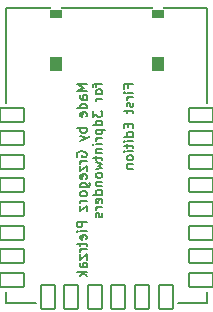
<source format=gbo>
G04 #@! TF.GenerationSoftware,KiCad,Pcbnew,7.0.1-0*
G04 #@! TF.CreationDate,2023-11-28T20:23:29+01:00*
G04 #@! TF.ProjectId,Smart_Lamps,536d6172-745f-44c6-916d-70732e6b6963,rev?*
G04 #@! TF.SameCoordinates,Original*
G04 #@! TF.FileFunction,Legend,Bot*
G04 #@! TF.FilePolarity,Positive*
%FSLAX46Y46*%
G04 Gerber Fmt 4.6, Leading zero omitted, Abs format (unit mm)*
G04 Created by KiCad (PCBNEW 7.0.1-0) date 2023-11-28 20:23:29*
%MOMM*%
%LPD*%
G01*
G04 APERTURE LIST*
G04 Aperture macros list*
%AMRoundRect*
0 Rectangle with rounded corners*
0 $1 Rounding radius*
0 $2 $3 $4 $5 $6 $7 $8 $9 X,Y pos of 4 corners*
0 Add a 4 corners polygon primitive as box body*
4,1,4,$2,$3,$4,$5,$6,$7,$8,$9,$2,$3,0*
0 Add four circle primitives for the rounded corners*
1,1,$1+$1,$2,$3*
1,1,$1+$1,$4,$5*
1,1,$1+$1,$6,$7*
1,1,$1+$1,$8,$9*
0 Add four rect primitives between the rounded corners*
20,1,$1+$1,$2,$3,$4,$5,0*
20,1,$1+$1,$4,$5,$6,$7,0*
20,1,$1+$1,$6,$7,$8,$9,0*
20,1,$1+$1,$8,$9,$2,$3,0*%
G04 Aperture macros list end*
%ADD10C,0.152400*%
%ADD11C,0.200000*%
%ADD12C,3.600000*%
%ADD13C,0.670000*%
%ADD14RoundRect,0.500000X0.000000X0.600000X0.000000X0.600000X0.000000X-0.600000X0.000000X-0.600000X0*%
%ADD15RoundRect,0.500000X0.000000X0.300000X0.000000X0.300000X0.000000X-0.300000X0.000000X-0.300000X0*%
%ADD16RoundRect,0.102000X1.000000X0.600000X-1.000000X0.600000X-1.000000X-0.600000X1.000000X-0.600000X0*%
%ADD17RoundRect,0.102000X0.600000X-1.000000X0.600000X1.000000X-0.600000X1.000000X-0.600000X-1.000000X0*%
G04 APERTURE END LIST*
D10*
X136500320Y-108343523D02*
X135687520Y-108343523D01*
X135687520Y-108343523D02*
X136268092Y-108614457D01*
X136268092Y-108614457D02*
X135687520Y-108885390D01*
X135687520Y-108885390D02*
X136500320Y-108885390D01*
X136500320Y-109620780D02*
X136074568Y-109620780D01*
X136074568Y-109620780D02*
X135997158Y-109582075D01*
X135997158Y-109582075D02*
X135958454Y-109504666D01*
X135958454Y-109504666D02*
X135958454Y-109349847D01*
X135958454Y-109349847D02*
X135997158Y-109272437D01*
X136461616Y-109620780D02*
X136500320Y-109543371D01*
X136500320Y-109543371D02*
X136500320Y-109349847D01*
X136500320Y-109349847D02*
X136461616Y-109272437D01*
X136461616Y-109272437D02*
X136384206Y-109233733D01*
X136384206Y-109233733D02*
X136306796Y-109233733D01*
X136306796Y-109233733D02*
X136229387Y-109272437D01*
X136229387Y-109272437D02*
X136190682Y-109349847D01*
X136190682Y-109349847D02*
X136190682Y-109543371D01*
X136190682Y-109543371D02*
X136151977Y-109620780D01*
X136500320Y-110356170D02*
X135687520Y-110356170D01*
X136461616Y-110356170D02*
X136500320Y-110278761D01*
X136500320Y-110278761D02*
X136500320Y-110123942D01*
X136500320Y-110123942D02*
X136461616Y-110046532D01*
X136461616Y-110046532D02*
X136422911Y-110007827D01*
X136422911Y-110007827D02*
X136345501Y-109969123D01*
X136345501Y-109969123D02*
X136113273Y-109969123D01*
X136113273Y-109969123D02*
X136035863Y-110007827D01*
X136035863Y-110007827D02*
X135997158Y-110046532D01*
X135997158Y-110046532D02*
X135958454Y-110123942D01*
X135958454Y-110123942D02*
X135958454Y-110278761D01*
X135958454Y-110278761D02*
X135997158Y-110356170D01*
X136461616Y-111052855D02*
X136500320Y-110975446D01*
X136500320Y-110975446D02*
X136500320Y-110820627D01*
X136500320Y-110820627D02*
X136461616Y-110743217D01*
X136461616Y-110743217D02*
X136384206Y-110704513D01*
X136384206Y-110704513D02*
X136074568Y-110704513D01*
X136074568Y-110704513D02*
X135997158Y-110743217D01*
X135997158Y-110743217D02*
X135958454Y-110820627D01*
X135958454Y-110820627D02*
X135958454Y-110975446D01*
X135958454Y-110975446D02*
X135997158Y-111052855D01*
X135997158Y-111052855D02*
X136074568Y-111091560D01*
X136074568Y-111091560D02*
X136151977Y-111091560D01*
X136151977Y-111091560D02*
X136229387Y-110704513D01*
X136500320Y-112059179D02*
X135687520Y-112059179D01*
X135997158Y-112059179D02*
X135958454Y-112136589D01*
X135958454Y-112136589D02*
X135958454Y-112291408D01*
X135958454Y-112291408D02*
X135997158Y-112368817D01*
X135997158Y-112368817D02*
X136035863Y-112407522D01*
X136035863Y-112407522D02*
X136113273Y-112446227D01*
X136113273Y-112446227D02*
X136345501Y-112446227D01*
X136345501Y-112446227D02*
X136422911Y-112407522D01*
X136422911Y-112407522D02*
X136461616Y-112368817D01*
X136461616Y-112368817D02*
X136500320Y-112291408D01*
X136500320Y-112291408D02*
X136500320Y-112136589D01*
X136500320Y-112136589D02*
X136461616Y-112059179D01*
X135958454Y-112717160D02*
X136500320Y-112910684D01*
X135958454Y-113104207D02*
X136500320Y-112910684D01*
X136500320Y-112910684D02*
X136693844Y-112833274D01*
X136693844Y-112833274D02*
X136732549Y-112794569D01*
X136732549Y-112794569D02*
X136771254Y-112717160D01*
X135726225Y-114458874D02*
X135687520Y-114381464D01*
X135687520Y-114381464D02*
X135687520Y-114265350D01*
X135687520Y-114265350D02*
X135726225Y-114149236D01*
X135726225Y-114149236D02*
X135803635Y-114071826D01*
X135803635Y-114071826D02*
X135881044Y-114033121D01*
X135881044Y-114033121D02*
X136035863Y-113994417D01*
X136035863Y-113994417D02*
X136151977Y-113994417D01*
X136151977Y-113994417D02*
X136306796Y-114033121D01*
X136306796Y-114033121D02*
X136384206Y-114071826D01*
X136384206Y-114071826D02*
X136461616Y-114149236D01*
X136461616Y-114149236D02*
X136500320Y-114265350D01*
X136500320Y-114265350D02*
X136500320Y-114342759D01*
X136500320Y-114342759D02*
X136461616Y-114458874D01*
X136461616Y-114458874D02*
X136422911Y-114497578D01*
X136422911Y-114497578D02*
X136151977Y-114497578D01*
X136151977Y-114497578D02*
X136151977Y-114342759D01*
X136500320Y-114845921D02*
X135958454Y-114845921D01*
X136113273Y-114845921D02*
X136035863Y-114884626D01*
X136035863Y-114884626D02*
X135997158Y-114923331D01*
X135997158Y-114923331D02*
X135958454Y-115000740D01*
X135958454Y-115000740D02*
X135958454Y-115078150D01*
X135958454Y-115271674D02*
X135958454Y-115697426D01*
X135958454Y-115697426D02*
X136500320Y-115271674D01*
X136500320Y-115271674D02*
X136500320Y-115697426D01*
X136461616Y-116316702D02*
X136500320Y-116239293D01*
X136500320Y-116239293D02*
X136500320Y-116084474D01*
X136500320Y-116084474D02*
X136461616Y-116007064D01*
X136461616Y-116007064D02*
X136384206Y-115968360D01*
X136384206Y-115968360D02*
X136074568Y-115968360D01*
X136074568Y-115968360D02*
X135997158Y-116007064D01*
X135997158Y-116007064D02*
X135958454Y-116084474D01*
X135958454Y-116084474D02*
X135958454Y-116239293D01*
X135958454Y-116239293D02*
X135997158Y-116316702D01*
X135997158Y-116316702D02*
X136074568Y-116355407D01*
X136074568Y-116355407D02*
X136151977Y-116355407D01*
X136151977Y-116355407D02*
X136229387Y-115968360D01*
X135958454Y-117052093D02*
X136616435Y-117052093D01*
X136616435Y-117052093D02*
X136693844Y-117013388D01*
X136693844Y-117013388D02*
X136732549Y-116974684D01*
X136732549Y-116974684D02*
X136771254Y-116897274D01*
X136771254Y-116897274D02*
X136771254Y-116781160D01*
X136771254Y-116781160D02*
X136732549Y-116703750D01*
X136461616Y-117052093D02*
X136500320Y-116974684D01*
X136500320Y-116974684D02*
X136500320Y-116819865D01*
X136500320Y-116819865D02*
X136461616Y-116742455D01*
X136461616Y-116742455D02*
X136422911Y-116703750D01*
X136422911Y-116703750D02*
X136345501Y-116665046D01*
X136345501Y-116665046D02*
X136113273Y-116665046D01*
X136113273Y-116665046D02*
X136035863Y-116703750D01*
X136035863Y-116703750D02*
X135997158Y-116742455D01*
X135997158Y-116742455D02*
X135958454Y-116819865D01*
X135958454Y-116819865D02*
X135958454Y-116974684D01*
X135958454Y-116974684D02*
X135997158Y-117052093D01*
X136500320Y-117555255D02*
X136461616Y-117477845D01*
X136461616Y-117477845D02*
X136422911Y-117439140D01*
X136422911Y-117439140D02*
X136345501Y-117400436D01*
X136345501Y-117400436D02*
X136113273Y-117400436D01*
X136113273Y-117400436D02*
X136035863Y-117439140D01*
X136035863Y-117439140D02*
X135997158Y-117477845D01*
X135997158Y-117477845D02*
X135958454Y-117555255D01*
X135958454Y-117555255D02*
X135958454Y-117671369D01*
X135958454Y-117671369D02*
X135997158Y-117748778D01*
X135997158Y-117748778D02*
X136035863Y-117787483D01*
X136035863Y-117787483D02*
X136113273Y-117826188D01*
X136113273Y-117826188D02*
X136345501Y-117826188D01*
X136345501Y-117826188D02*
X136422911Y-117787483D01*
X136422911Y-117787483D02*
X136461616Y-117748778D01*
X136461616Y-117748778D02*
X136500320Y-117671369D01*
X136500320Y-117671369D02*
X136500320Y-117555255D01*
X136500320Y-118174530D02*
X135958454Y-118174530D01*
X136113273Y-118174530D02*
X136035863Y-118213235D01*
X136035863Y-118213235D02*
X135997158Y-118251940D01*
X135997158Y-118251940D02*
X135958454Y-118329349D01*
X135958454Y-118329349D02*
X135958454Y-118406759D01*
X135958454Y-118600283D02*
X135958454Y-119026035D01*
X135958454Y-119026035D02*
X136500320Y-118600283D01*
X136500320Y-118600283D02*
X136500320Y-119026035D01*
X136500320Y-119954949D02*
X135687520Y-119954949D01*
X135687520Y-119954949D02*
X135687520Y-120264587D01*
X135687520Y-120264587D02*
X135726225Y-120341997D01*
X135726225Y-120341997D02*
X135764930Y-120380702D01*
X135764930Y-120380702D02*
X135842339Y-120419406D01*
X135842339Y-120419406D02*
X135958454Y-120419406D01*
X135958454Y-120419406D02*
X136035863Y-120380702D01*
X136035863Y-120380702D02*
X136074568Y-120341997D01*
X136074568Y-120341997D02*
X136113273Y-120264587D01*
X136113273Y-120264587D02*
X136113273Y-119954949D01*
X136500320Y-120767749D02*
X135958454Y-120767749D01*
X135687520Y-120767749D02*
X135726225Y-120729045D01*
X135726225Y-120729045D02*
X135764930Y-120767749D01*
X135764930Y-120767749D02*
X135726225Y-120806454D01*
X135726225Y-120806454D02*
X135687520Y-120767749D01*
X135687520Y-120767749D02*
X135764930Y-120767749D01*
X136461616Y-121464435D02*
X136500320Y-121387026D01*
X136500320Y-121387026D02*
X136500320Y-121232207D01*
X136500320Y-121232207D02*
X136461616Y-121154797D01*
X136461616Y-121154797D02*
X136384206Y-121116093D01*
X136384206Y-121116093D02*
X136074568Y-121116093D01*
X136074568Y-121116093D02*
X135997158Y-121154797D01*
X135997158Y-121154797D02*
X135958454Y-121232207D01*
X135958454Y-121232207D02*
X135958454Y-121387026D01*
X135958454Y-121387026D02*
X135997158Y-121464435D01*
X135997158Y-121464435D02*
X136074568Y-121503140D01*
X136074568Y-121503140D02*
X136151977Y-121503140D01*
X136151977Y-121503140D02*
X136229387Y-121116093D01*
X135958454Y-121735369D02*
X135958454Y-122045007D01*
X135687520Y-121851483D02*
X136384206Y-121851483D01*
X136384206Y-121851483D02*
X136461616Y-121890188D01*
X136461616Y-121890188D02*
X136500320Y-121967598D01*
X136500320Y-121967598D02*
X136500320Y-122045007D01*
X136500320Y-122315940D02*
X135958454Y-122315940D01*
X136113273Y-122315940D02*
X136035863Y-122354645D01*
X136035863Y-122354645D02*
X135997158Y-122393350D01*
X135997158Y-122393350D02*
X135958454Y-122470759D01*
X135958454Y-122470759D02*
X135958454Y-122548169D01*
X135958454Y-122741693D02*
X135958454Y-123167445D01*
X135958454Y-123167445D02*
X136500320Y-122741693D01*
X136500320Y-122741693D02*
X136500320Y-123167445D01*
X136500320Y-123825426D02*
X136074568Y-123825426D01*
X136074568Y-123825426D02*
X135997158Y-123786721D01*
X135997158Y-123786721D02*
X135958454Y-123709312D01*
X135958454Y-123709312D02*
X135958454Y-123554493D01*
X135958454Y-123554493D02*
X135997158Y-123477083D01*
X136461616Y-123825426D02*
X136500320Y-123748017D01*
X136500320Y-123748017D02*
X136500320Y-123554493D01*
X136500320Y-123554493D02*
X136461616Y-123477083D01*
X136461616Y-123477083D02*
X136384206Y-123438379D01*
X136384206Y-123438379D02*
X136306796Y-123438379D01*
X136306796Y-123438379D02*
X136229387Y-123477083D01*
X136229387Y-123477083D02*
X136190682Y-123554493D01*
X136190682Y-123554493D02*
X136190682Y-123748017D01*
X136190682Y-123748017D02*
X136151977Y-123825426D01*
X136500320Y-124212473D02*
X135687520Y-124212473D01*
X136190682Y-124289883D02*
X136500320Y-124522111D01*
X135958454Y-124522111D02*
X136268092Y-124212473D01*
X137275190Y-108227409D02*
X137275190Y-108537047D01*
X137817056Y-108343523D02*
X137120371Y-108343523D01*
X137120371Y-108343523D02*
X137042961Y-108382228D01*
X137042961Y-108382228D02*
X137004256Y-108459638D01*
X137004256Y-108459638D02*
X137004256Y-108537047D01*
X137817056Y-108924095D02*
X137778352Y-108846685D01*
X137778352Y-108846685D02*
X137739647Y-108807980D01*
X137739647Y-108807980D02*
X137662237Y-108769276D01*
X137662237Y-108769276D02*
X137430009Y-108769276D01*
X137430009Y-108769276D02*
X137352599Y-108807980D01*
X137352599Y-108807980D02*
X137313894Y-108846685D01*
X137313894Y-108846685D02*
X137275190Y-108924095D01*
X137275190Y-108924095D02*
X137275190Y-109040209D01*
X137275190Y-109040209D02*
X137313894Y-109117618D01*
X137313894Y-109117618D02*
X137352599Y-109156323D01*
X137352599Y-109156323D02*
X137430009Y-109195028D01*
X137430009Y-109195028D02*
X137662237Y-109195028D01*
X137662237Y-109195028D02*
X137739647Y-109156323D01*
X137739647Y-109156323D02*
X137778352Y-109117618D01*
X137778352Y-109117618D02*
X137817056Y-109040209D01*
X137817056Y-109040209D02*
X137817056Y-108924095D01*
X137817056Y-109543370D02*
X137275190Y-109543370D01*
X137430009Y-109543370D02*
X137352599Y-109582075D01*
X137352599Y-109582075D02*
X137313894Y-109620780D01*
X137313894Y-109620780D02*
X137275190Y-109698189D01*
X137275190Y-109698189D02*
X137275190Y-109775599D01*
X137004256Y-110588399D02*
X137004256Y-111091561D01*
X137004256Y-111091561D02*
X137313894Y-110820627D01*
X137313894Y-110820627D02*
X137313894Y-110936742D01*
X137313894Y-110936742D02*
X137352599Y-111014151D01*
X137352599Y-111014151D02*
X137391304Y-111052856D01*
X137391304Y-111052856D02*
X137468713Y-111091561D01*
X137468713Y-111091561D02*
X137662237Y-111091561D01*
X137662237Y-111091561D02*
X137739647Y-111052856D01*
X137739647Y-111052856D02*
X137778352Y-111014151D01*
X137778352Y-111014151D02*
X137817056Y-110936742D01*
X137817056Y-110936742D02*
X137817056Y-110704513D01*
X137817056Y-110704513D02*
X137778352Y-110627104D01*
X137778352Y-110627104D02*
X137739647Y-110588399D01*
X137817056Y-111788246D02*
X137004256Y-111788246D01*
X137778352Y-111788246D02*
X137817056Y-111710837D01*
X137817056Y-111710837D02*
X137817056Y-111556018D01*
X137817056Y-111556018D02*
X137778352Y-111478608D01*
X137778352Y-111478608D02*
X137739647Y-111439903D01*
X137739647Y-111439903D02*
X137662237Y-111401199D01*
X137662237Y-111401199D02*
X137430009Y-111401199D01*
X137430009Y-111401199D02*
X137352599Y-111439903D01*
X137352599Y-111439903D02*
X137313894Y-111478608D01*
X137313894Y-111478608D02*
X137275190Y-111556018D01*
X137275190Y-111556018D02*
X137275190Y-111710837D01*
X137275190Y-111710837D02*
X137313894Y-111788246D01*
X137275190Y-112175293D02*
X138087990Y-112175293D01*
X137313894Y-112175293D02*
X137275190Y-112252703D01*
X137275190Y-112252703D02*
X137275190Y-112407522D01*
X137275190Y-112407522D02*
X137313894Y-112484931D01*
X137313894Y-112484931D02*
X137352599Y-112523636D01*
X137352599Y-112523636D02*
X137430009Y-112562341D01*
X137430009Y-112562341D02*
X137662237Y-112562341D01*
X137662237Y-112562341D02*
X137739647Y-112523636D01*
X137739647Y-112523636D02*
X137778352Y-112484931D01*
X137778352Y-112484931D02*
X137817056Y-112407522D01*
X137817056Y-112407522D02*
X137817056Y-112252703D01*
X137817056Y-112252703D02*
X137778352Y-112175293D01*
X137817056Y-112910683D02*
X137275190Y-112910683D01*
X137430009Y-112910683D02*
X137352599Y-112949388D01*
X137352599Y-112949388D02*
X137313894Y-112988093D01*
X137313894Y-112988093D02*
X137275190Y-113065502D01*
X137275190Y-113065502D02*
X137275190Y-113142912D01*
X137817056Y-113413845D02*
X137275190Y-113413845D01*
X137004256Y-113413845D02*
X137042961Y-113375141D01*
X137042961Y-113375141D02*
X137081666Y-113413845D01*
X137081666Y-113413845D02*
X137042961Y-113452550D01*
X137042961Y-113452550D02*
X137004256Y-113413845D01*
X137004256Y-113413845D02*
X137081666Y-113413845D01*
X137275190Y-113800893D02*
X137817056Y-113800893D01*
X137352599Y-113800893D02*
X137313894Y-113839598D01*
X137313894Y-113839598D02*
X137275190Y-113917008D01*
X137275190Y-113917008D02*
X137275190Y-114033122D01*
X137275190Y-114033122D02*
X137313894Y-114110531D01*
X137313894Y-114110531D02*
X137391304Y-114149236D01*
X137391304Y-114149236D02*
X137817056Y-114149236D01*
X137275190Y-114420169D02*
X137275190Y-114729807D01*
X137004256Y-114536283D02*
X137700942Y-114536283D01*
X137700942Y-114536283D02*
X137778352Y-114574988D01*
X137778352Y-114574988D02*
X137817056Y-114652398D01*
X137817056Y-114652398D02*
X137817056Y-114729807D01*
X137275190Y-114923331D02*
X137817056Y-115078150D01*
X137817056Y-115078150D02*
X137430009Y-115232969D01*
X137430009Y-115232969D02*
X137817056Y-115387788D01*
X137817056Y-115387788D02*
X137275190Y-115542607D01*
X137817056Y-115968360D02*
X137778352Y-115890950D01*
X137778352Y-115890950D02*
X137739647Y-115852245D01*
X137739647Y-115852245D02*
X137662237Y-115813541D01*
X137662237Y-115813541D02*
X137430009Y-115813541D01*
X137430009Y-115813541D02*
X137352599Y-115852245D01*
X137352599Y-115852245D02*
X137313894Y-115890950D01*
X137313894Y-115890950D02*
X137275190Y-115968360D01*
X137275190Y-115968360D02*
X137275190Y-116084474D01*
X137275190Y-116084474D02*
X137313894Y-116161883D01*
X137313894Y-116161883D02*
X137352599Y-116200588D01*
X137352599Y-116200588D02*
X137430009Y-116239293D01*
X137430009Y-116239293D02*
X137662237Y-116239293D01*
X137662237Y-116239293D02*
X137739647Y-116200588D01*
X137739647Y-116200588D02*
X137778352Y-116161883D01*
X137778352Y-116161883D02*
X137817056Y-116084474D01*
X137817056Y-116084474D02*
X137817056Y-115968360D01*
X137275190Y-116587635D02*
X137817056Y-116587635D01*
X137352599Y-116587635D02*
X137313894Y-116626340D01*
X137313894Y-116626340D02*
X137275190Y-116703750D01*
X137275190Y-116703750D02*
X137275190Y-116819864D01*
X137275190Y-116819864D02*
X137313894Y-116897273D01*
X137313894Y-116897273D02*
X137391304Y-116935978D01*
X137391304Y-116935978D02*
X137817056Y-116935978D01*
X137817056Y-117671368D02*
X137004256Y-117671368D01*
X137778352Y-117671368D02*
X137817056Y-117593959D01*
X137817056Y-117593959D02*
X137817056Y-117439140D01*
X137817056Y-117439140D02*
X137778352Y-117361730D01*
X137778352Y-117361730D02*
X137739647Y-117323025D01*
X137739647Y-117323025D02*
X137662237Y-117284321D01*
X137662237Y-117284321D02*
X137430009Y-117284321D01*
X137430009Y-117284321D02*
X137352599Y-117323025D01*
X137352599Y-117323025D02*
X137313894Y-117361730D01*
X137313894Y-117361730D02*
X137275190Y-117439140D01*
X137275190Y-117439140D02*
X137275190Y-117593959D01*
X137275190Y-117593959D02*
X137313894Y-117671368D01*
X137778352Y-118368053D02*
X137817056Y-118290644D01*
X137817056Y-118290644D02*
X137817056Y-118135825D01*
X137817056Y-118135825D02*
X137778352Y-118058415D01*
X137778352Y-118058415D02*
X137700942Y-118019711D01*
X137700942Y-118019711D02*
X137391304Y-118019711D01*
X137391304Y-118019711D02*
X137313894Y-118058415D01*
X137313894Y-118058415D02*
X137275190Y-118135825D01*
X137275190Y-118135825D02*
X137275190Y-118290644D01*
X137275190Y-118290644D02*
X137313894Y-118368053D01*
X137313894Y-118368053D02*
X137391304Y-118406758D01*
X137391304Y-118406758D02*
X137468713Y-118406758D01*
X137468713Y-118406758D02*
X137546123Y-118019711D01*
X137817056Y-118755101D02*
X137275190Y-118755101D01*
X137430009Y-118755101D02*
X137352599Y-118793806D01*
X137352599Y-118793806D02*
X137313894Y-118832511D01*
X137313894Y-118832511D02*
X137275190Y-118909920D01*
X137275190Y-118909920D02*
X137275190Y-118987330D01*
X137778352Y-119219559D02*
X137817056Y-119296968D01*
X137817056Y-119296968D02*
X137817056Y-119451787D01*
X137817056Y-119451787D02*
X137778352Y-119529197D01*
X137778352Y-119529197D02*
X137700942Y-119567901D01*
X137700942Y-119567901D02*
X137662237Y-119567901D01*
X137662237Y-119567901D02*
X137584828Y-119529197D01*
X137584828Y-119529197D02*
X137546123Y-119451787D01*
X137546123Y-119451787D02*
X137546123Y-119335673D01*
X137546123Y-119335673D02*
X137507418Y-119258263D01*
X137507418Y-119258263D02*
X137430009Y-119219559D01*
X137430009Y-119219559D02*
X137391304Y-119219559D01*
X137391304Y-119219559D02*
X137313894Y-119258263D01*
X137313894Y-119258263D02*
X137275190Y-119335673D01*
X137275190Y-119335673D02*
X137275190Y-119451787D01*
X137275190Y-119451787D02*
X137313894Y-119529197D01*
X140024776Y-108614457D02*
X140024776Y-108343523D01*
X140450528Y-108343523D02*
X139637728Y-108343523D01*
X139637728Y-108343523D02*
X139637728Y-108730571D01*
X140450528Y-109040209D02*
X139908662Y-109040209D01*
X139637728Y-109040209D02*
X139676433Y-109001505D01*
X139676433Y-109001505D02*
X139715138Y-109040209D01*
X139715138Y-109040209D02*
X139676433Y-109078914D01*
X139676433Y-109078914D02*
X139637728Y-109040209D01*
X139637728Y-109040209D02*
X139715138Y-109040209D01*
X140450528Y-109427257D02*
X139908662Y-109427257D01*
X140063481Y-109427257D02*
X139986071Y-109465962D01*
X139986071Y-109465962D02*
X139947366Y-109504667D01*
X139947366Y-109504667D02*
X139908662Y-109582076D01*
X139908662Y-109582076D02*
X139908662Y-109659486D01*
X140411824Y-109891715D02*
X140450528Y-109969124D01*
X140450528Y-109969124D02*
X140450528Y-110123943D01*
X140450528Y-110123943D02*
X140411824Y-110201353D01*
X140411824Y-110201353D02*
X140334414Y-110240057D01*
X140334414Y-110240057D02*
X140295709Y-110240057D01*
X140295709Y-110240057D02*
X140218300Y-110201353D01*
X140218300Y-110201353D02*
X140179595Y-110123943D01*
X140179595Y-110123943D02*
X140179595Y-110007829D01*
X140179595Y-110007829D02*
X140140890Y-109930419D01*
X140140890Y-109930419D02*
X140063481Y-109891715D01*
X140063481Y-109891715D02*
X140024776Y-109891715D01*
X140024776Y-109891715D02*
X139947366Y-109930419D01*
X139947366Y-109930419D02*
X139908662Y-110007829D01*
X139908662Y-110007829D02*
X139908662Y-110123943D01*
X139908662Y-110123943D02*
X139947366Y-110201353D01*
X139908662Y-110472286D02*
X139908662Y-110781924D01*
X139637728Y-110588400D02*
X140334414Y-110588400D01*
X140334414Y-110588400D02*
X140411824Y-110627105D01*
X140411824Y-110627105D02*
X140450528Y-110704515D01*
X140450528Y-110704515D02*
X140450528Y-110781924D01*
X140024776Y-111672133D02*
X140024776Y-111943067D01*
X140450528Y-112059181D02*
X140450528Y-111672133D01*
X140450528Y-111672133D02*
X139637728Y-111672133D01*
X139637728Y-111672133D02*
X139637728Y-112059181D01*
X140450528Y-112755866D02*
X139637728Y-112755866D01*
X140411824Y-112755866D02*
X140450528Y-112678457D01*
X140450528Y-112678457D02*
X140450528Y-112523638D01*
X140450528Y-112523638D02*
X140411824Y-112446228D01*
X140411824Y-112446228D02*
X140373119Y-112407523D01*
X140373119Y-112407523D02*
X140295709Y-112368819D01*
X140295709Y-112368819D02*
X140063481Y-112368819D01*
X140063481Y-112368819D02*
X139986071Y-112407523D01*
X139986071Y-112407523D02*
X139947366Y-112446228D01*
X139947366Y-112446228D02*
X139908662Y-112523638D01*
X139908662Y-112523638D02*
X139908662Y-112678457D01*
X139908662Y-112678457D02*
X139947366Y-112755866D01*
X140450528Y-113142913D02*
X139908662Y-113142913D01*
X139637728Y-113142913D02*
X139676433Y-113104209D01*
X139676433Y-113104209D02*
X139715138Y-113142913D01*
X139715138Y-113142913D02*
X139676433Y-113181618D01*
X139676433Y-113181618D02*
X139637728Y-113142913D01*
X139637728Y-113142913D02*
X139715138Y-113142913D01*
X139908662Y-113413847D02*
X139908662Y-113723485D01*
X139637728Y-113529961D02*
X140334414Y-113529961D01*
X140334414Y-113529961D02*
X140411824Y-113568666D01*
X140411824Y-113568666D02*
X140450528Y-113646076D01*
X140450528Y-113646076D02*
X140450528Y-113723485D01*
X140450528Y-113994418D02*
X139908662Y-113994418D01*
X139637728Y-113994418D02*
X139676433Y-113955714D01*
X139676433Y-113955714D02*
X139715138Y-113994418D01*
X139715138Y-113994418D02*
X139676433Y-114033123D01*
X139676433Y-114033123D02*
X139637728Y-113994418D01*
X139637728Y-113994418D02*
X139715138Y-113994418D01*
X140450528Y-114497581D02*
X140411824Y-114420171D01*
X140411824Y-114420171D02*
X140373119Y-114381466D01*
X140373119Y-114381466D02*
X140295709Y-114342762D01*
X140295709Y-114342762D02*
X140063481Y-114342762D01*
X140063481Y-114342762D02*
X139986071Y-114381466D01*
X139986071Y-114381466D02*
X139947366Y-114420171D01*
X139947366Y-114420171D02*
X139908662Y-114497581D01*
X139908662Y-114497581D02*
X139908662Y-114613695D01*
X139908662Y-114613695D02*
X139947366Y-114691104D01*
X139947366Y-114691104D02*
X139986071Y-114729809D01*
X139986071Y-114729809D02*
X140063481Y-114768514D01*
X140063481Y-114768514D02*
X140295709Y-114768514D01*
X140295709Y-114768514D02*
X140373119Y-114729809D01*
X140373119Y-114729809D02*
X140411824Y-114691104D01*
X140411824Y-114691104D02*
X140450528Y-114613695D01*
X140450528Y-114613695D02*
X140450528Y-114497581D01*
X139908662Y-115116856D02*
X140450528Y-115116856D01*
X139986071Y-115116856D02*
X139947366Y-115155561D01*
X139947366Y-115155561D02*
X139908662Y-115232971D01*
X139908662Y-115232971D02*
X139908662Y-115349085D01*
X139908662Y-115349085D02*
X139947366Y-115426494D01*
X139947366Y-115426494D02*
X140024776Y-115465199D01*
X140024776Y-115465199D02*
X140450528Y-115465199D01*
D11*
X146700000Y-126880000D02*
X144200000Y-126880000D01*
X146700000Y-125880000D02*
X146700000Y-126880000D01*
X146700000Y-101880000D02*
X146700000Y-109880000D01*
X146700000Y-101880000D02*
X129700000Y-101880000D01*
X129700000Y-126880000D02*
X132200000Y-126880000D01*
X129700000Y-126880000D02*
X129700000Y-125880000D01*
X129700000Y-101880000D02*
X129700000Y-109880000D01*
%LPC*%
D12*
X150300000Y-124900000D03*
X126100000Y-124900000D03*
X126100000Y-104100000D03*
D13*
X141100000Y-106050000D03*
X135300000Y-106050000D03*
D14*
X142520000Y-106580000D03*
D15*
X142520000Y-102400000D03*
D14*
X133880000Y-106580000D03*
D15*
X133880000Y-102400000D03*
D12*
X150300000Y-104100000D03*
D16*
X146200000Y-110900000D03*
X146200000Y-112900000D03*
X146200000Y-114900000D03*
X146200000Y-116900000D03*
X146200000Y-118900000D03*
X146200000Y-120900000D03*
X146200000Y-122900000D03*
X146200000Y-124900000D03*
D17*
X143200000Y-126380000D03*
X141200000Y-126380000D03*
X139200000Y-126380000D03*
X137200000Y-126380000D03*
X135200000Y-126380000D03*
X133200000Y-126380000D03*
D16*
X130200000Y-124900000D03*
X130200000Y-122900000D03*
X130200000Y-120900000D03*
X130200000Y-118900000D03*
X130200000Y-116900000D03*
X130200000Y-114900000D03*
X130200000Y-112900000D03*
X130200000Y-110900000D03*
M02*

</source>
